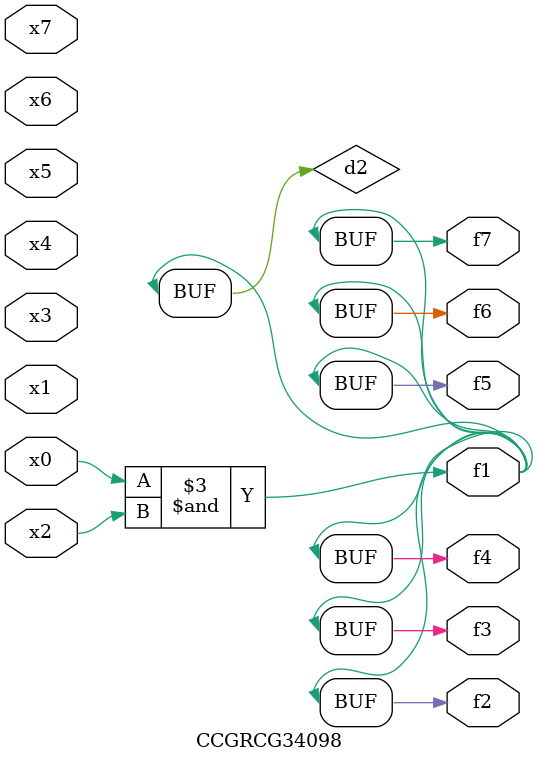
<source format=v>
module CCGRCG34098(
	input x0, x1, x2, x3, x4, x5, x6, x7,
	output f1, f2, f3, f4, f5, f6, f7
);

	wire d1, d2;

	nor (d1, x3, x6);
	and (d2, x0, x2);
	assign f1 = d2;
	assign f2 = d2;
	assign f3 = d2;
	assign f4 = d2;
	assign f5 = d2;
	assign f6 = d2;
	assign f7 = d2;
endmodule

</source>
